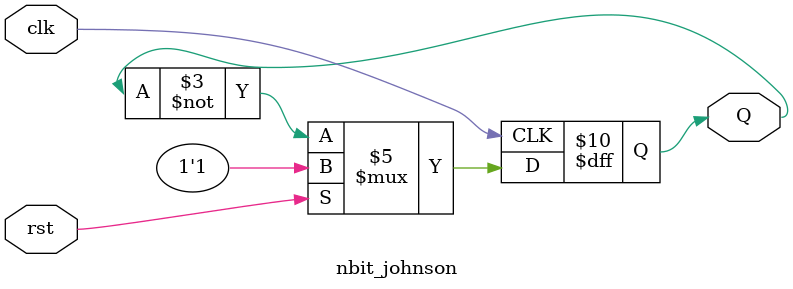
<source format=v>

module nbit_johnson#(parameter N=1)(clk,rst,Q);
  integer i;
  input clk,rst;
  output reg [N-1:0]Q;
  
  always@(posedge clk) begin
    
    if(rst)
      Q <= 1; //Starting Johnson counter
    
    else begin
      
      Q[N-1] <= ~Q[0]; //last FF data transfer to first FF
      
      for(i=0;i<(N-1);i=i+1)
        
        Q[i] <= Q[i+1]; //shifting data
      
    	end
  end
endmodule

</source>
